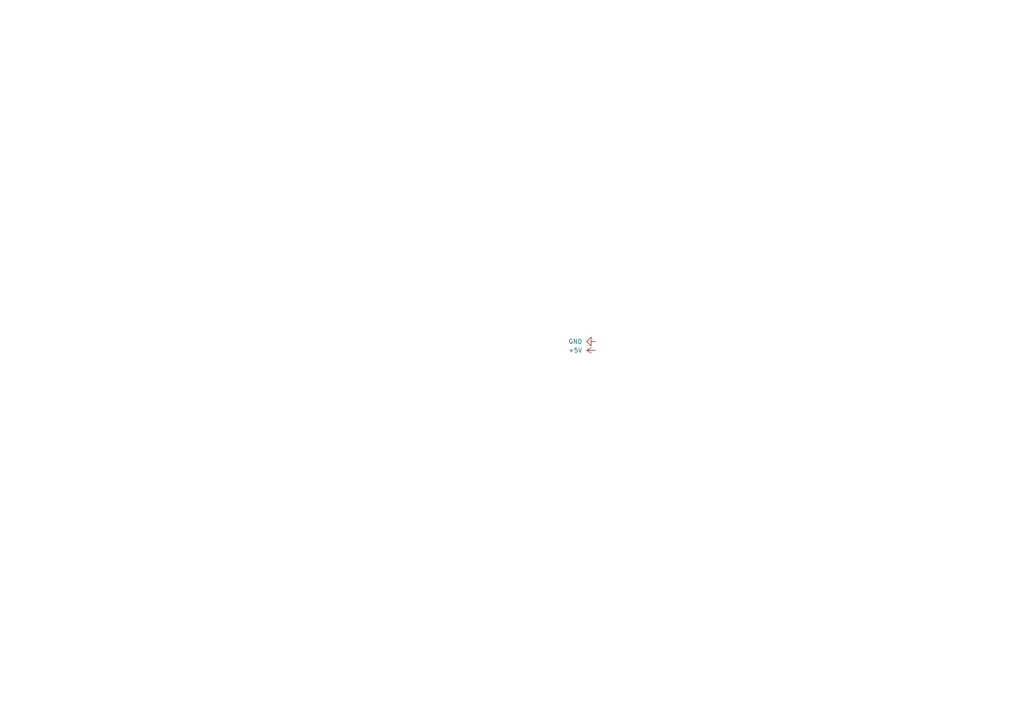
<source format=kicad_sch>
(kicad_sch (version 20230121) (generator eeschema)
  (paper "A4")
  (lib_symbols
    (symbol "power:+5V" (power) (pin_names (offset 0))
      (property "Value" "+5V" (at 0 3.556 0))
      (symbol "+5V_0_1"
        (polyline (pts (xy -0.762 1.27) (xy 0 2.54)))
        (polyline (pts (xy 0 0) (xy 0 2.54)))
        (polyline (pts (xy 0 2.54) (xy 0.762 1.27)))
      )
      (symbol "+5V_1_1"
        (pin power_in line (at 0 0 90) (length 0) hide (name "+5V") (number "1"))
      )
    )
    (symbol "power:GND" (power) (pin_names (offset 0))
      (property "Value" "GND" (at 0 -3.81 0))
      (symbol "GND_0_1"
        (polyline (pts (xy 0 0) (xy 0 -1.27) (xy 1.27 -1.27) (xy 0 -2.54) (xy -1.27 -1.27) (xy 0 -1.27)))
      )
      (symbol "GND_1_1"
        (pin power_in line (at 0 0 270) (length 0) hide (name "GND") (number "1"))
      )
    )
  )
  (symbol (lib_id "power:GND") (at 172.72 99.06 270) (unit 1)
    (property "Reference" "#PWR01" (effects hide))
    (property "Value" "GND" (at 168.91 99.06 90) (effects (justify right)))
  )
  (symbol (lib_id "power:+5V") (at 172.72 101.6 90) (unit 1)
    (property "Reference" "#PWR02" (effects hide))
    (property "Value" "+5V" (at 168.91 101.6 90) (effects (justify left)))
  )
)
</source>
